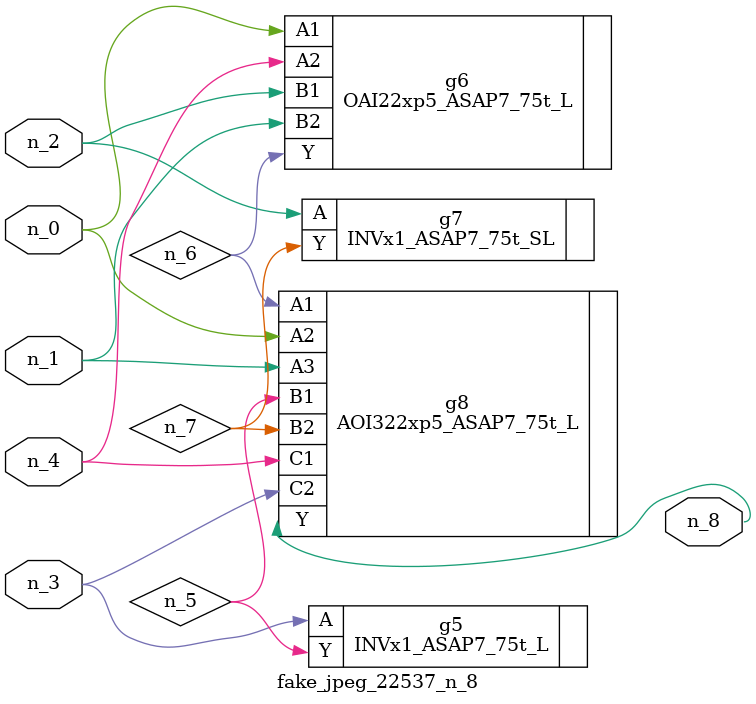
<source format=v>
module fake_jpeg_22537_n_8 (n_3, n_2, n_1, n_0, n_4, n_8);

input n_3;
input n_2;
input n_1;
input n_0;
input n_4;

output n_8;

wire n_6;
wire n_5;
wire n_7;

INVx1_ASAP7_75t_L g5 ( 
.A(n_3),
.Y(n_5)
);

OAI22xp5_ASAP7_75t_L g6 ( 
.A1(n_0),
.A2(n_4),
.B1(n_2),
.B2(n_1),
.Y(n_6)
);

INVx1_ASAP7_75t_SL g7 ( 
.A(n_2),
.Y(n_7)
);

AOI322xp5_ASAP7_75t_L g8 ( 
.A1(n_6),
.A2(n_0),
.A3(n_1),
.B1(n_5),
.B2(n_7),
.C1(n_4),
.C2(n_3),
.Y(n_8)
);


endmodule
</source>
